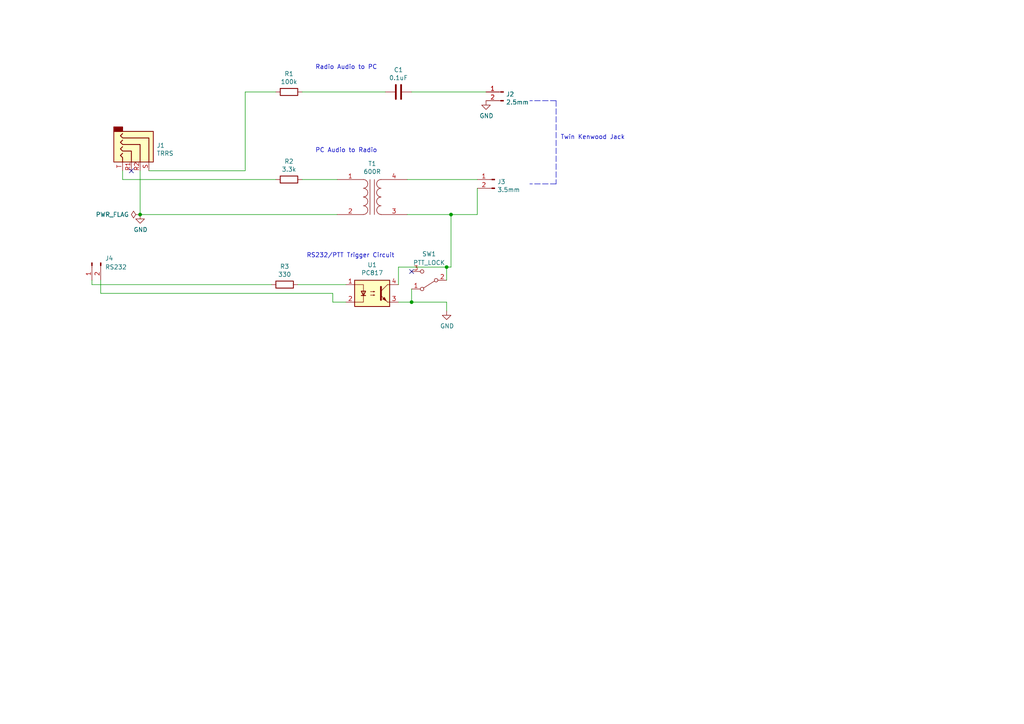
<source format=kicad_sch>
(kicad_sch (version 20211123) (generator eeschema)

  (uuid 9538e4ed-27e6-4c37-b989-9859dc0d49e8)

  (paper "A4")

  (lib_symbols
    (symbol "Connector:AudioJack4" (in_bom yes) (on_board yes)
      (property "Reference" "J" (id 0) (at 0 8.89 0)
        (effects (font (size 1.27 1.27)))
      )
      (property "Value" "AudioJack4" (id 1) (at 0 6.35 0)
        (effects (font (size 1.27 1.27)))
      )
      (property "Footprint" "" (id 2) (at 0 0 0)
        (effects (font (size 1.27 1.27)) hide)
      )
      (property "Datasheet" "~" (id 3) (at 0 0 0)
        (effects (font (size 1.27 1.27)) hide)
      )
      (property "ki_keywords" "audio jack receptacle stereo headphones TRRS connector" (id 4) (at 0 0 0)
        (effects (font (size 1.27 1.27)) hide)
      )
      (property "ki_description" "Audio Jack, 4 Poles (TRRS)" (id 5) (at 0 0 0)
        (effects (font (size 1.27 1.27)) hide)
      )
      (property "ki_fp_filters" "Jack*" (id 6) (at 0 0 0)
        (effects (font (size 1.27 1.27)) hide)
      )
      (symbol "AudioJack4_0_1"
        (rectangle (start -6.35 -5.08) (end -7.62 -7.62)
          (stroke (width 0.254) (type default) (color 0 0 0 0))
          (fill (type outline))
        )
        (polyline
          (pts
            (xy 0 -5.08)
            (xy 0.635 -5.715)
            (xy 1.27 -5.08)
            (xy 2.54 -5.08)
          )
          (stroke (width 0.254) (type default) (color 0 0 0 0))
          (fill (type none))
        )
        (polyline
          (pts
            (xy -5.715 -5.08)
            (xy -5.08 -5.715)
            (xy -4.445 -5.08)
            (xy -4.445 2.54)
            (xy 2.54 2.54)
          )
          (stroke (width 0.254) (type default) (color 0 0 0 0))
          (fill (type none))
        )
        (polyline
          (pts
            (xy -1.905 -5.08)
            (xy -1.27 -5.715)
            (xy -0.635 -5.08)
            (xy -0.635 -2.54)
            (xy 2.54 -2.54)
          )
          (stroke (width 0.254) (type default) (color 0 0 0 0))
          (fill (type none))
        )
        (polyline
          (pts
            (xy 2.54 0)
            (xy -2.54 0)
            (xy -2.54 -5.08)
            (xy -3.175 -5.715)
            (xy -3.81 -5.08)
          )
          (stroke (width 0.254) (type default) (color 0 0 0 0))
          (fill (type none))
        )
        (rectangle (start 2.54 3.81) (end -6.35 -7.62)
          (stroke (width 0.254) (type default) (color 0 0 0 0))
          (fill (type background))
        )
      )
      (symbol "AudioJack4_1_1"
        (pin passive line (at 5.08 -2.54 180) (length 2.54)
          (name "~" (effects (font (size 1.27 1.27))))
          (number "R1" (effects (font (size 1.27 1.27))))
        )
        (pin passive line (at 5.08 0 180) (length 2.54)
          (name "~" (effects (font (size 1.27 1.27))))
          (number "R2" (effects (font (size 1.27 1.27))))
        )
        (pin passive line (at 5.08 2.54 180) (length 2.54)
          (name "~" (effects (font (size 1.27 1.27))))
          (number "S" (effects (font (size 1.27 1.27))))
        )
        (pin passive line (at 5.08 -5.08 180) (length 2.54)
          (name "~" (effects (font (size 1.27 1.27))))
          (number "T" (effects (font (size 1.27 1.27))))
        )
      )
    )
    (symbol "Connector:Conn_01x02_Male" (pin_names (offset 1.016) hide) (in_bom yes) (on_board yes)
      (property "Reference" "J" (id 0) (at 0 2.54 0)
        (effects (font (size 1.27 1.27)))
      )
      (property "Value" "Conn_01x02_Male" (id 1) (at 0 -5.08 0)
        (effects (font (size 1.27 1.27)))
      )
      (property "Footprint" "" (id 2) (at 0 0 0)
        (effects (font (size 1.27 1.27)) hide)
      )
      (property "Datasheet" "~" (id 3) (at 0 0 0)
        (effects (font (size 1.27 1.27)) hide)
      )
      (property "ki_keywords" "connector" (id 4) (at 0 0 0)
        (effects (font (size 1.27 1.27)) hide)
      )
      (property "ki_description" "Generic connector, single row, 01x02, script generated (kicad-library-utils/schlib/autogen/connector/)" (id 5) (at 0 0 0)
        (effects (font (size 1.27 1.27)) hide)
      )
      (property "ki_fp_filters" "Connector*:*_1x??_*" (id 6) (at 0 0 0)
        (effects (font (size 1.27 1.27)) hide)
      )
      (symbol "Conn_01x02_Male_1_1"
        (polyline
          (pts
            (xy 1.27 -2.54)
            (xy 0.8636 -2.54)
          )
          (stroke (width 0.1524) (type default) (color 0 0 0 0))
          (fill (type none))
        )
        (polyline
          (pts
            (xy 1.27 0)
            (xy 0.8636 0)
          )
          (stroke (width 0.1524) (type default) (color 0 0 0 0))
          (fill (type none))
        )
        (rectangle (start 0.8636 -2.413) (end 0 -2.667)
          (stroke (width 0.1524) (type default) (color 0 0 0 0))
          (fill (type outline))
        )
        (rectangle (start 0.8636 0.127) (end 0 -0.127)
          (stroke (width 0.1524) (type default) (color 0 0 0 0))
          (fill (type outline))
        )
        (pin passive line (at 5.08 0 180) (length 3.81)
          (name "Pin_1" (effects (font (size 1.27 1.27))))
          (number "1" (effects (font (size 1.27 1.27))))
        )
        (pin passive line (at 5.08 -2.54 180) (length 3.81)
          (name "Pin_2" (effects (font (size 1.27 1.27))))
          (number "2" (effects (font (size 1.27 1.27))))
        )
      )
    )
    (symbol "Device:C" (pin_numbers hide) (pin_names (offset 0.254)) (in_bom yes) (on_board yes)
      (property "Reference" "C" (id 0) (at 0.635 2.54 0)
        (effects (font (size 1.27 1.27)) (justify left))
      )
      (property "Value" "C" (id 1) (at 0.635 -2.54 0)
        (effects (font (size 1.27 1.27)) (justify left))
      )
      (property "Footprint" "" (id 2) (at 0.9652 -3.81 0)
        (effects (font (size 1.27 1.27)) hide)
      )
      (property "Datasheet" "~" (id 3) (at 0 0 0)
        (effects (font (size 1.27 1.27)) hide)
      )
      (property "ki_keywords" "cap capacitor" (id 4) (at 0 0 0)
        (effects (font (size 1.27 1.27)) hide)
      )
      (property "ki_description" "Unpolarized capacitor" (id 5) (at 0 0 0)
        (effects (font (size 1.27 1.27)) hide)
      )
      (property "ki_fp_filters" "C_*" (id 6) (at 0 0 0)
        (effects (font (size 1.27 1.27)) hide)
      )
      (symbol "C_0_1"
        (polyline
          (pts
            (xy -2.032 -0.762)
            (xy 2.032 -0.762)
          )
          (stroke (width 0.508) (type default) (color 0 0 0 0))
          (fill (type none))
        )
        (polyline
          (pts
            (xy -2.032 0.762)
            (xy 2.032 0.762)
          )
          (stroke (width 0.508) (type default) (color 0 0 0 0))
          (fill (type none))
        )
      )
      (symbol "C_1_1"
        (pin passive line (at 0 3.81 270) (length 2.794)
          (name "~" (effects (font (size 1.27 1.27))))
          (number "1" (effects (font (size 1.27 1.27))))
        )
        (pin passive line (at 0 -3.81 90) (length 2.794)
          (name "~" (effects (font (size 1.27 1.27))))
          (number "2" (effects (font (size 1.27 1.27))))
        )
      )
    )
    (symbol "Device:R" (pin_numbers hide) (pin_names (offset 0)) (in_bom yes) (on_board yes)
      (property "Reference" "R" (id 0) (at 2.032 0 90)
        (effects (font (size 1.27 1.27)))
      )
      (property "Value" "R" (id 1) (at 0 0 90)
        (effects (font (size 1.27 1.27)))
      )
      (property "Footprint" "" (id 2) (at -1.778 0 90)
        (effects (font (size 1.27 1.27)) hide)
      )
      (property "Datasheet" "~" (id 3) (at 0 0 0)
        (effects (font (size 1.27 1.27)) hide)
      )
      (property "ki_keywords" "R res resistor" (id 4) (at 0 0 0)
        (effects (font (size 1.27 1.27)) hide)
      )
      (property "ki_description" "Resistor" (id 5) (at 0 0 0)
        (effects (font (size 1.27 1.27)) hide)
      )
      (property "ki_fp_filters" "R_*" (id 6) (at 0 0 0)
        (effects (font (size 1.27 1.27)) hide)
      )
      (symbol "R_0_1"
        (rectangle (start -1.016 -2.54) (end 1.016 2.54)
          (stroke (width 0.254) (type default) (color 0 0 0 0))
          (fill (type none))
        )
      )
      (symbol "R_1_1"
        (pin passive line (at 0 3.81 270) (length 1.27)
          (name "~" (effects (font (size 1.27 1.27))))
          (number "1" (effects (font (size 1.27 1.27))))
        )
        (pin passive line (at 0 -3.81 90) (length 1.27)
          (name "~" (effects (font (size 1.27 1.27))))
          (number "2" (effects (font (size 1.27 1.27))))
        )
      )
    )
    (symbol "Device:Transformer_1P_1S" (pin_names (offset 1.016) hide) (in_bom yes) (on_board yes)
      (property "Reference" "T" (id 0) (at 0 6.35 0)
        (effects (font (size 1.27 1.27)))
      )
      (property "Value" "Transformer_1P_1S" (id 1) (at 0 -7.62 0)
        (effects (font (size 1.27 1.27)))
      )
      (property "Footprint" "" (id 2) (at 0 0 0)
        (effects (font (size 1.27 1.27)) hide)
      )
      (property "Datasheet" "~" (id 3) (at 0 0 0)
        (effects (font (size 1.27 1.27)) hide)
      )
      (property "ki_keywords" "transformer coil magnet" (id 4) (at 0 0 0)
        (effects (font (size 1.27 1.27)) hide)
      )
      (property "ki_description" "Transformer, single primary, single secondary" (id 5) (at 0 0 0)
        (effects (font (size 1.27 1.27)) hide)
      )
      (symbol "Transformer_1P_1S_0_1"
        (arc (start -2.54 -5.0546) (mid -1.6561 -4.6863) (end -1.27 -3.81)
          (stroke (width 0) (type default) (color 0 0 0 0))
          (fill (type none))
        )
        (arc (start -2.54 -2.5146) (mid -1.6561 -2.1463) (end -1.27 -1.27)
          (stroke (width 0) (type default) (color 0 0 0 0))
          (fill (type none))
        )
        (arc (start -2.54 0.0254) (mid -1.6561 0.3937) (end -1.27 1.27)
          (stroke (width 0) (type default) (color 0 0 0 0))
          (fill (type none))
        )
        (arc (start -2.54 2.5654) (mid -1.6561 2.9337) (end -1.27 3.81)
          (stroke (width 0) (type default) (color 0 0 0 0))
          (fill (type none))
        )
        (arc (start -1.27 -3.81) (mid -1.642 -2.912) (end -2.54 -2.54)
          (stroke (width 0) (type default) (color 0 0 0 0))
          (fill (type none))
        )
        (arc (start -1.27 -1.27) (mid -1.642 -0.372) (end -2.54 0)
          (stroke (width 0) (type default) (color 0 0 0 0))
          (fill (type none))
        )
        (arc (start -1.27 1.27) (mid -1.642 2.168) (end -2.54 2.54)
          (stroke (width 0) (type default) (color 0 0 0 0))
          (fill (type none))
        )
        (arc (start -1.27 3.81) (mid -1.642 4.708) (end -2.54 5.08)
          (stroke (width 0) (type default) (color 0 0 0 0))
          (fill (type none))
        )
        (polyline
          (pts
            (xy -0.635 5.08)
            (xy -0.635 -5.08)
          )
          (stroke (width 0) (type default) (color 0 0 0 0))
          (fill (type none))
        )
        (polyline
          (pts
            (xy 0.635 -5.08)
            (xy 0.635 5.08)
          )
          (stroke (width 0) (type default) (color 0 0 0 0))
          (fill (type none))
        )
        (arc (start 1.2954 -1.27) (mid 1.6599 -2.1501) (end 2.54 -2.5146)
          (stroke (width 0) (type default) (color 0 0 0 0))
          (fill (type none))
        )
        (arc (start 1.2954 1.27) (mid 1.6599 0.3899) (end 2.54 0.0254)
          (stroke (width 0) (type default) (color 0 0 0 0))
          (fill (type none))
        )
        (arc (start 1.2954 3.81) (mid 1.6599 2.9299) (end 2.54 2.5654)
          (stroke (width 0) (type default) (color 0 0 0 0))
          (fill (type none))
        )
        (arc (start 1.3208 -3.81) (mid 1.6853 -4.6901) (end 2.5654 -5.0546)
          (stroke (width 0) (type default) (color 0 0 0 0))
          (fill (type none))
        )
        (arc (start 2.54 0) (mid 1.6456 -0.3683) (end 1.2954 -1.27)
          (stroke (width 0) (type default) (color 0 0 0 0))
          (fill (type none))
        )
        (arc (start 2.54 2.54) (mid 1.6456 2.1717) (end 1.2954 1.27)
          (stroke (width 0) (type default) (color 0 0 0 0))
          (fill (type none))
        )
        (arc (start 2.54 5.08) (mid 1.6456 4.7117) (end 1.2954 3.81)
          (stroke (width 0) (type default) (color 0 0 0 0))
          (fill (type none))
        )
        (arc (start 2.5654 -2.54) (mid 1.671 -2.9083) (end 1.3208 -3.81)
          (stroke (width 0) (type default) (color 0 0 0 0))
          (fill (type none))
        )
      )
      (symbol "Transformer_1P_1S_1_1"
        (pin passive line (at -10.16 5.08 0) (length 7.62)
          (name "AA" (effects (font (size 1.27 1.27))))
          (number "1" (effects (font (size 1.27 1.27))))
        )
        (pin passive line (at -10.16 -5.08 0) (length 7.62)
          (name "AB" (effects (font (size 1.27 1.27))))
          (number "2" (effects (font (size 1.27 1.27))))
        )
        (pin passive line (at 10.16 -5.08 180) (length 7.62)
          (name "SA" (effects (font (size 1.27 1.27))))
          (number "3" (effects (font (size 1.27 1.27))))
        )
        (pin passive line (at 10.16 5.08 180) (length 7.62)
          (name "SB" (effects (font (size 1.27 1.27))))
          (number "4" (effects (font (size 1.27 1.27))))
        )
      )
    )
    (symbol "Isolator:PC817" (pin_names (offset 1.016)) (in_bom yes) (on_board yes)
      (property "Reference" "U" (id 0) (at -5.08 5.08 0)
        (effects (font (size 1.27 1.27)) (justify left))
      )
      (property "Value" "PC817" (id 1) (at 0 5.08 0)
        (effects (font (size 1.27 1.27)) (justify left))
      )
      (property "Footprint" "Package_DIP:DIP-4_W7.62mm" (id 2) (at -5.08 -5.08 0)
        (effects (font (size 1.27 1.27) italic) (justify left) hide)
      )
      (property "Datasheet" "http://www.soselectronic.cz/a_info/resource/d/pc817.pdf" (id 3) (at 0 0 0)
        (effects (font (size 1.27 1.27)) (justify left) hide)
      )
      (property "ki_keywords" "NPN DC Optocoupler" (id 4) (at 0 0 0)
        (effects (font (size 1.27 1.27)) hide)
      )
      (property "ki_description" "DC Optocoupler, Vce 35V, CTR 50-300%, DIP-4" (id 5) (at 0 0 0)
        (effects (font (size 1.27 1.27)) hide)
      )
      (property "ki_fp_filters" "DIP*W7.62mm*" (id 6) (at 0 0 0)
        (effects (font (size 1.27 1.27)) hide)
      )
      (symbol "PC817_0_1"
        (rectangle (start -5.08 3.81) (end 5.08 -3.81)
          (stroke (width 0.254) (type default) (color 0 0 0 0))
          (fill (type background))
        )
        (polyline
          (pts
            (xy -3.175 -0.635)
            (xy -1.905 -0.635)
          )
          (stroke (width 0.254) (type default) (color 0 0 0 0))
          (fill (type none))
        )
        (polyline
          (pts
            (xy 2.54 0.635)
            (xy 4.445 2.54)
          )
          (stroke (width 0) (type default) (color 0 0 0 0))
          (fill (type none))
        )
        (polyline
          (pts
            (xy 4.445 -2.54)
            (xy 2.54 -0.635)
          )
          (stroke (width 0) (type default) (color 0 0 0 0))
          (fill (type outline))
        )
        (polyline
          (pts
            (xy 4.445 -2.54)
            (xy 5.08 -2.54)
          )
          (stroke (width 0) (type default) (color 0 0 0 0))
          (fill (type none))
        )
        (polyline
          (pts
            (xy 4.445 2.54)
            (xy 5.08 2.54)
          )
          (stroke (width 0) (type default) (color 0 0 0 0))
          (fill (type none))
        )
        (polyline
          (pts
            (xy -5.08 2.54)
            (xy -2.54 2.54)
            (xy -2.54 -0.635)
          )
          (stroke (width 0) (type default) (color 0 0 0 0))
          (fill (type none))
        )
        (polyline
          (pts
            (xy -2.54 -0.635)
            (xy -2.54 -2.54)
            (xy -5.08 -2.54)
          )
          (stroke (width 0) (type default) (color 0 0 0 0))
          (fill (type none))
        )
        (polyline
          (pts
            (xy 2.54 1.905)
            (xy 2.54 -1.905)
            (xy 2.54 -1.905)
          )
          (stroke (width 0.508) (type default) (color 0 0 0 0))
          (fill (type none))
        )
        (polyline
          (pts
            (xy -2.54 -0.635)
            (xy -3.175 0.635)
            (xy -1.905 0.635)
            (xy -2.54 -0.635)
          )
          (stroke (width 0.254) (type default) (color 0 0 0 0))
          (fill (type none))
        )
        (polyline
          (pts
            (xy -0.508 -0.508)
            (xy 0.762 -0.508)
            (xy 0.381 -0.635)
            (xy 0.381 -0.381)
            (xy 0.762 -0.508)
          )
          (stroke (width 0) (type default) (color 0 0 0 0))
          (fill (type none))
        )
        (polyline
          (pts
            (xy -0.508 0.508)
            (xy 0.762 0.508)
            (xy 0.381 0.381)
            (xy 0.381 0.635)
            (xy 0.762 0.508)
          )
          (stroke (width 0) (type default) (color 0 0 0 0))
          (fill (type none))
        )
        (polyline
          (pts
            (xy 3.048 -1.651)
            (xy 3.556 -1.143)
            (xy 4.064 -2.159)
            (xy 3.048 -1.651)
            (xy 3.048 -1.651)
          )
          (stroke (width 0) (type default) (color 0 0 0 0))
          (fill (type outline))
        )
      )
      (symbol "PC817_1_1"
        (pin passive line (at -7.62 2.54 0) (length 2.54)
          (name "~" (effects (font (size 1.27 1.27))))
          (number "1" (effects (font (size 1.27 1.27))))
        )
        (pin passive line (at -7.62 -2.54 0) (length 2.54)
          (name "~" (effects (font (size 1.27 1.27))))
          (number "2" (effects (font (size 1.27 1.27))))
        )
        (pin passive line (at 7.62 -2.54 180) (length 2.54)
          (name "~" (effects (font (size 1.27 1.27))))
          (number "3" (effects (font (size 1.27 1.27))))
        )
        (pin passive line (at 7.62 2.54 180) (length 2.54)
          (name "~" (effects (font (size 1.27 1.27))))
          (number "4" (effects (font (size 1.27 1.27))))
        )
      )
    )
    (symbol "Switch:SW_SPDT" (pin_names (offset 0) hide) (in_bom yes) (on_board yes)
      (property "Reference" "SW" (id 0) (at 0 4.318 0)
        (effects (font (size 1.27 1.27)))
      )
      (property "Value" "SW_SPDT" (id 1) (at 0 -5.08 0)
        (effects (font (size 1.27 1.27)))
      )
      (property "Footprint" "" (id 2) (at 0 0 0)
        (effects (font (size 1.27 1.27)) hide)
      )
      (property "Datasheet" "~" (id 3) (at 0 0 0)
        (effects (font (size 1.27 1.27)) hide)
      )
      (property "ki_keywords" "switch single-pole double-throw spdt ON-ON" (id 4) (at 0 0 0)
        (effects (font (size 1.27 1.27)) hide)
      )
      (property "ki_description" "Switch, single pole double throw" (id 5) (at 0 0 0)
        (effects (font (size 1.27 1.27)) hide)
      )
      (symbol "SW_SPDT_0_0"
        (circle (center -2.032 0) (radius 0.508)
          (stroke (width 0) (type default) (color 0 0 0 0))
          (fill (type none))
        )
        (circle (center 2.032 -2.54) (radius 0.508)
          (stroke (width 0) (type default) (color 0 0 0 0))
          (fill (type none))
        )
      )
      (symbol "SW_SPDT_0_1"
        (polyline
          (pts
            (xy -1.524 0.254)
            (xy 1.651 2.286)
          )
          (stroke (width 0) (type default) (color 0 0 0 0))
          (fill (type none))
        )
        (circle (center 2.032 2.54) (radius 0.508)
          (stroke (width 0) (type default) (color 0 0 0 0))
          (fill (type none))
        )
      )
      (symbol "SW_SPDT_1_1"
        (pin passive line (at 5.08 2.54 180) (length 2.54)
          (name "A" (effects (font (size 1.27 1.27))))
          (number "1" (effects (font (size 1.27 1.27))))
        )
        (pin passive line (at -5.08 0 0) (length 2.54)
          (name "B" (effects (font (size 1.27 1.27))))
          (number "2" (effects (font (size 1.27 1.27))))
        )
        (pin passive line (at 5.08 -2.54 180) (length 2.54)
          (name "C" (effects (font (size 1.27 1.27))))
          (number "3" (effects (font (size 1.27 1.27))))
        )
      )
    )
    (symbol "power:GND" (power) (pin_names (offset 0)) (in_bom yes) (on_board yes)
      (property "Reference" "#PWR" (id 0) (at 0 -6.35 0)
        (effects (font (size 1.27 1.27)) hide)
      )
      (property "Value" "GND" (id 1) (at 0 -3.81 0)
        (effects (font (size 1.27 1.27)))
      )
      (property "Footprint" "" (id 2) (at 0 0 0)
        (effects (font (size 1.27 1.27)) hide)
      )
      (property "Datasheet" "" (id 3) (at 0 0 0)
        (effects (font (size 1.27 1.27)) hide)
      )
      (property "ki_keywords" "power-flag" (id 4) (at 0 0 0)
        (effects (font (size 1.27 1.27)) hide)
      )
      (property "ki_description" "Power symbol creates a global label with name \"GND\" , ground" (id 5) (at 0 0 0)
        (effects (font (size 1.27 1.27)) hide)
      )
      (symbol "GND_0_1"
        (polyline
          (pts
            (xy 0 0)
            (xy 0 -1.27)
            (xy 1.27 -1.27)
            (xy 0 -2.54)
            (xy -1.27 -1.27)
            (xy 0 -1.27)
          )
          (stroke (width 0) (type default) (color 0 0 0 0))
          (fill (type none))
        )
      )
      (symbol "GND_1_1"
        (pin power_in line (at 0 0 270) (length 0) hide
          (name "GND" (effects (font (size 1.27 1.27))))
          (number "1" (effects (font (size 1.27 1.27))))
        )
      )
    )
    (symbol "power:PWR_FLAG" (power) (pin_numbers hide) (pin_names (offset 0) hide) (in_bom yes) (on_board yes)
      (property "Reference" "#FLG" (id 0) (at 0 1.905 0)
        (effects (font (size 1.27 1.27)) hide)
      )
      (property "Value" "PWR_FLAG" (id 1) (at 0 3.81 0)
        (effects (font (size 1.27 1.27)))
      )
      (property "Footprint" "" (id 2) (at 0 0 0)
        (effects (font (size 1.27 1.27)) hide)
      )
      (property "Datasheet" "~" (id 3) (at 0 0 0)
        (effects (font (size 1.27 1.27)) hide)
      )
      (property "ki_keywords" "power-flag" (id 4) (at 0 0 0)
        (effects (font (size 1.27 1.27)) hide)
      )
      (property "ki_description" "Special symbol for telling ERC where power comes from" (id 5) (at 0 0 0)
        (effects (font (size 1.27 1.27)) hide)
      )
      (symbol "PWR_FLAG_0_0"
        (pin power_out line (at 0 0 90) (length 0)
          (name "pwr" (effects (font (size 1.27 1.27))))
          (number "1" (effects (font (size 1.27 1.27))))
        )
      )
      (symbol "PWR_FLAG_0_1"
        (polyline
          (pts
            (xy 0 0)
            (xy 0 1.27)
            (xy -1.016 1.905)
            (xy 0 2.54)
            (xy 1.016 1.905)
            (xy 0 1.27)
          )
          (stroke (width 0) (type default) (color 0 0 0 0))
          (fill (type none))
        )
      )
    )
  )

  (junction (at 119.38 87.63) (diameter 0) (color 0 0 0 0)
    (uuid 128e34ce-eee7-477d-b905-a493e98db783)
  )
  (junction (at 40.64 62.23) (diameter 0) (color 0 0 0 0)
    (uuid 4dc6088c-89a5-4db7-b3ae-db4b6396ad49)
  )
  (junction (at 129.54 77.47) (diameter 0) (color 0 0 0 0)
    (uuid 712d6a7d-2b62-464f-b745-fd2a6b0187f6)
  )
  (junction (at 130.81 62.23) (diameter 0) (color 0 0 0 0)
    (uuid b60c50d1-225e-415c-8712-7acb5e3dc8ea)
  )

  (no_connect (at 38.1 49.53) (uuid 04f5865e-f449-4408-a0c8-771cccfcb129))
  (no_connect (at 119.38 78.74) (uuid f976e2cc-36f9-4479-a816-2c74d1d5da6f))

  (wire (pts (xy 115.57 77.47) (xy 129.54 77.47))
    (stroke (width 0) (type default) (color 0 0 0 0))
    (uuid 0088d107-13d8-496c-8da6-7bbeb9d096b0)
  )
  (wire (pts (xy 96.52 87.63) (xy 100.33 87.63))
    (stroke (width 0) (type default) (color 0 0 0 0))
    (uuid 0c30a4be-5679-499f-8c5b-5f3024f9d6cf)
  )
  (polyline (pts (xy 161.29 29.21) (xy 153.67 29.21))
    (stroke (width 0) (type default) (color 0 0 0 0))
    (uuid 0dcdf1b8-13c6-48b4-bd94-5d26038ff231)
  )

  (wire (pts (xy 29.21 81.28) (xy 29.21 85.09))
    (stroke (width 0) (type default) (color 0 0 0 0))
    (uuid 0f41a909-27c4-4be2-9d5e-9ae2108c8ff5)
  )
  (wire (pts (xy 26.67 82.55) (xy 78.74 82.55))
    (stroke (width 0) (type default) (color 0 0 0 0))
    (uuid 1b54105e-6590-4d26-a763-ecfcf81eedc4)
  )
  (wire (pts (xy 40.64 49.53) (xy 40.64 62.23))
    (stroke (width 0) (type default) (color 0 0 0 0))
    (uuid 213a2af1-412b-47f4-ab3b-c5f43b6be7a6)
  )
  (wire (pts (xy 129.54 81.28) (xy 129.54 77.47))
    (stroke (width 0) (type default) (color 0 0 0 0))
    (uuid 3172f2e2-18d2-4a80-ae30-5707b3409798)
  )
  (wire (pts (xy 130.81 62.23) (xy 138.43 62.23))
    (stroke (width 0) (type default) (color 0 0 0 0))
    (uuid 35354519-a28c-40c4-befd-0943e98dea53)
  )
  (wire (pts (xy 138.43 62.23) (xy 138.43 54.61))
    (stroke (width 0) (type default) (color 0 0 0 0))
    (uuid 38f2d955-ea7a-4a21-aba6-02ae23f1bd4a)
  )
  (wire (pts (xy 129.54 90.17) (xy 129.54 87.63))
    (stroke (width 0) (type default) (color 0 0 0 0))
    (uuid 4d4b0fcd-2c79-4fc3-b5fa-7a0741601344)
  )
  (wire (pts (xy 86.36 82.55) (xy 100.33 82.55))
    (stroke (width 0) (type default) (color 0 0 0 0))
    (uuid 55992e35-fe7b-468a-9b7a-1e4dc931b904)
  )
  (polyline (pts (xy 161.29 29.21) (xy 161.29 53.34))
    (stroke (width 0) (type default) (color 0 0 0 0))
    (uuid 58dc14f9-c158-4824-a84e-24a6a482a7a4)
  )

  (wire (pts (xy 43.18 49.53) (xy 71.12 49.53))
    (stroke (width 0) (type default) (color 0 0 0 0))
    (uuid 6199bec7-e7eb-4ae0-b9ec-c563e157d635)
  )
  (wire (pts (xy 29.21 85.09) (xy 96.52 85.09))
    (stroke (width 0) (type default) (color 0 0 0 0))
    (uuid 632acde9-b7fd-4f04-8cb4-d2cbb06b3595)
  )
  (wire (pts (xy 119.38 83.82) (xy 119.38 87.63))
    (stroke (width 0) (type default) (color 0 0 0 0))
    (uuid 67621f9e-0a6a-4778-ad69-04dcf300659c)
  )
  (wire (pts (xy 115.57 87.63) (xy 119.38 87.63))
    (stroke (width 0) (type default) (color 0 0 0 0))
    (uuid 68e09be7-3bbc-4443-a838-209ce20b2bef)
  )
  (wire (pts (xy 130.81 77.47) (xy 130.81 62.23))
    (stroke (width 0) (type default) (color 0 0 0 0))
    (uuid 6a780180-586a-4241-a52d-dc7a5ffcc966)
  )
  (wire (pts (xy 35.56 52.07) (xy 80.01 52.07))
    (stroke (width 0) (type default) (color 0 0 0 0))
    (uuid 71c77456-1405-42e3-95ed-69e629de0558)
  )
  (wire (pts (xy 71.12 26.67) (xy 80.01 26.67))
    (stroke (width 0) (type default) (color 0 0 0 0))
    (uuid 7f3eb118-a20c-4239-b800-c9211c66847d)
  )
  (wire (pts (xy 96.52 85.09) (xy 96.52 87.63))
    (stroke (width 0) (type default) (color 0 0 0 0))
    (uuid 9762c9ed-64d8-4f3e-baf6-f6ba6effc919)
  )
  (wire (pts (xy 118.11 52.07) (xy 138.43 52.07))
    (stroke (width 0) (type default) (color 0 0 0 0))
    (uuid 98e81e80-1f85-4152-be3f-99785ea97751)
  )
  (wire (pts (xy 140.97 26.67) (xy 119.38 26.67))
    (stroke (width 0) (type default) (color 0 0 0 0))
    (uuid 9a9f2d82-f64d-4264-8bec-c182528fc4de)
  )
  (wire (pts (xy 26.67 81.28) (xy 26.67 82.55))
    (stroke (width 0) (type default) (color 0 0 0 0))
    (uuid afd3dbad-e7a8-4e4c-b77c-4065a69aefa2)
  )
  (wire (pts (xy 129.54 77.47) (xy 130.81 77.47))
    (stroke (width 0) (type default) (color 0 0 0 0))
    (uuid b3d08afa-f296-4e3b-8825-73b6331d35bf)
  )
  (wire (pts (xy 97.79 52.07) (xy 87.63 52.07))
    (stroke (width 0) (type default) (color 0 0 0 0))
    (uuid bbb15673-6d42-42b8-9d51-7515b3ad9ee9)
  )
  (wire (pts (xy 115.57 82.55) (xy 115.57 77.47))
    (stroke (width 0) (type default) (color 0 0 0 0))
    (uuid c201e1b2-fc01-4110-bdaa-a33290468c83)
  )
  (wire (pts (xy 119.38 87.63) (xy 129.54 87.63))
    (stroke (width 0) (type default) (color 0 0 0 0))
    (uuid c801d42e-dd94-493e-bd2f-6c3ddad43f55)
  )
  (wire (pts (xy 40.64 62.23) (xy 97.79 62.23))
    (stroke (width 0) (type default) (color 0 0 0 0))
    (uuid d2de4093-1fc2-4bc1-94b6-4d0fe3426c6f)
  )
  (wire (pts (xy 130.81 62.23) (xy 118.11 62.23))
    (stroke (width 0) (type default) (color 0 0 0 0))
    (uuid db83d0af-e085-4050-8496-fa2ebdecbd62)
  )
  (polyline (pts (xy 161.29 53.34) (xy 153.67 53.34))
    (stroke (width 0) (type default) (color 0 0 0 0))
    (uuid dde3dba8-1b81-466c-93a3-c284ff4da1ef)
  )

  (wire (pts (xy 71.12 49.53) (xy 71.12 26.67))
    (stroke (width 0) (type default) (color 0 0 0 0))
    (uuid e47adf3d-9c24-4345-80c9-66679cad107e)
  )
  (wire (pts (xy 35.56 49.53) (xy 35.56 52.07))
    (stroke (width 0) (type default) (color 0 0 0 0))
    (uuid f144a97d-c3f0-423f-b0a9-3f7dbc42478b)
  )
  (wire (pts (xy 87.63 26.67) (xy 111.76 26.67))
    (stroke (width 0) (type default) (color 0 0 0 0))
    (uuid fb03d859-dcc9-4533-b352-64830e0e5423)
  )

  (text "RS232/PTT Trigger Circuit" (at 88.9 74.93 0)
    (effects (font (size 1.27 1.27)) (justify left bottom))
    (uuid 03d88a85-11fd-47aa-954c-c318bb15294a)
  )
  (text "Twin Kenwood Jack" (at 162.56 40.64 0)
    (effects (font (size 1.27 1.27)) (justify left bottom))
    (uuid 1a2f72d1-0b36-4610-afc4-4ad1660d5d3b)
  )
  (text "PC Audio to Radio" (at 91.44 44.45 0)
    (effects (font (size 1.27 1.27)) (justify left bottom))
    (uuid 51c4dc0a-5b9f-4edf-a83f-4a12881e42ef)
  )
  (text "Radio Audio to PC" (at 91.44 20.32 0)
    (effects (font (size 1.27 1.27)) (justify left bottom))
    (uuid 842e430f-0c35-45f3-a0b5-95ae7b7ae388)
  )

  (symbol (lib_id "Device:R") (at 83.82 52.07 90) (unit 1)
    (in_bom yes) (on_board yes)
    (uuid 00000000-0000-0000-0000-00005ffc94a0)
    (property "Reference" "R2" (id 0) (at 83.82 46.8122 90))
    (property "Value" "3.3k" (id 1) (at 83.82 49.1236 90))
    (property "Footprint" "Resistor_THT:R_Axial_DIN0207_L6.3mm_D2.5mm_P7.62mm_Horizontal" (id 2) (at 83.82 53.848 90)
      (effects (font (size 1.27 1.27)) hide)
    )
    (property "Datasheet" "~" (id 3) (at 83.82 52.07 0)
      (effects (font (size 1.27 1.27)) hide)
    )
    (pin "1" (uuid ce489faf-45da-44c4-8c7e-abb7ca7b8c49))
    (pin "2" (uuid 829a469e-e611-40c6-8458-403978c06ccf))
  )

  (symbol (lib_id "Device:Transformer_1P_1S") (at 107.95 57.15 0) (unit 1)
    (in_bom yes) (on_board yes)
    (uuid 00000000-0000-0000-0000-00005ffcb4e8)
    (property "Reference" "T1" (id 0) (at 107.95 47.4726 0))
    (property "Value" "600R" (id 1) (at 107.95 49.784 0))
    (property "Footprint" "Custom_Footprints:1-1_Audio_Transformer_600_ohm" (id 2) (at 107.95 57.15 0)
      (effects (font (size 1.27 1.27)) hide)
    )
    (property "Datasheet" "~" (id 3) (at 107.95 57.15 0)
      (effects (font (size 1.27 1.27)) hide)
    )
    (pin "1" (uuid 4000fff2-c2cc-4e5e-85f6-76efbdff7ffe))
    (pin "2" (uuid 4291e566-856f-430d-8037-8f8586dc54bb))
    (pin "3" (uuid 793f3d9d-01d6-4b91-9c6d-7709c66a9333))
    (pin "4" (uuid b0c699d4-d62e-427c-a8b4-ceb23a43ab96))
  )

  (symbol (lib_id "Isolator:PC817") (at 107.95 85.09 0) (unit 1)
    (in_bom yes) (on_board yes)
    (uuid 00000000-0000-0000-0000-00005ffcdae6)
    (property "Reference" "U1" (id 0) (at 107.95 76.835 0))
    (property "Value" "PC817" (id 1) (at 107.95 79.1464 0))
    (property "Footprint" "Package_DIP:DIP-4_W7.62mm" (id 2) (at 102.87 90.17 0)
      (effects (font (size 1.27 1.27) italic) (justify left) hide)
    )
    (property "Datasheet" "http://www.soselectronic.cz/a_info/resource/d/pc817.pdf" (id 3) (at 107.95 85.09 0)
      (effects (font (size 1.27 1.27)) (justify left) hide)
    )
    (pin "1" (uuid 3317fe4b-f0fe-48e9-953f-e7189042daa0))
    (pin "2" (uuid 5f3668bc-1bb0-4e3d-8801-8ca51c4cdb5b))
    (pin "3" (uuid bb11bebf-1ed7-49e8-bb84-5808301e55d8))
    (pin "4" (uuid 8221a068-d570-4b73-8b10-e554bf3437d5))
  )

  (symbol (lib_id "Device:C") (at 115.57 26.67 90) (unit 1)
    (in_bom yes) (on_board yes)
    (uuid 00000000-0000-0000-0000-00005ffcf11a)
    (property "Reference" "C1" (id 0) (at 115.57 20.2692 90))
    (property "Value" "0.1uF" (id 1) (at 115.57 22.5806 90))
    (property "Footprint" "Capacitor_THT:C_Disc_D5.0mm_W2.5mm_P5.00mm" (id 2) (at 119.38 25.7048 0)
      (effects (font (size 1.27 1.27)) hide)
    )
    (property "Datasheet" "~" (id 3) (at 115.57 26.67 0)
      (effects (font (size 1.27 1.27)) hide)
    )
    (pin "1" (uuid 436dce91-408b-4298-bafb-e1cfc57b748b))
    (pin "2" (uuid f5039bc4-19b8-4a0a-8b7d-a1f0c32ac6f9))
  )

  (symbol (lib_id "Device:R") (at 83.82 26.67 90) (unit 1)
    (in_bom yes) (on_board yes)
    (uuid 00000000-0000-0000-0000-00005ffcff2a)
    (property "Reference" "R1" (id 0) (at 83.82 21.4122 90))
    (property "Value" "100k" (id 1) (at 83.82 23.7236 90))
    (property "Footprint" "Resistor_THT:R_Axial_DIN0207_L6.3mm_D2.5mm_P7.62mm_Horizontal" (id 2) (at 83.82 28.448 90)
      (effects (font (size 1.27 1.27)) hide)
    )
    (property "Datasheet" "~" (id 3) (at 83.82 26.67 0)
      (effects (font (size 1.27 1.27)) hide)
    )
    (pin "1" (uuid 36a636ac-6cef-4fb4-9a7d-5167afac4656))
    (pin "2" (uuid e06996b4-7ce7-4c13-b236-ca15a6f56db1))
  )

  (symbol (lib_id "Connector:AudioJack4") (at 40.64 44.45 270) (unit 1)
    (in_bom yes) (on_board yes)
    (uuid 00000000-0000-0000-0000-00005ffd1205)
    (property "Reference" "J1" (id 0) (at 45.4152 42.1894 90)
      (effects (font (size 1.27 1.27)) (justify left))
    )
    (property "Value" "TRRS" (id 1) (at 45.4152 44.5008 90)
      (effects (font (size 1.27 1.27)) (justify left))
    )
    (property "Footprint" "Keebio-Parts:TRRS-PJ-320A" (id 2) (at 40.64 44.45 0)
      (effects (font (size 1.27 1.27)) hide)
    )
    (property "Datasheet" "~" (id 3) (at 40.64 44.45 0)
      (effects (font (size 1.27 1.27)) hide)
    )
    (pin "R1" (uuid c55530bd-98d9-470d-8762-d543d527b1f4))
    (pin "R2" (uuid 5318a866-e3e7-4506-83f9-ddc63853dd1c))
    (pin "S" (uuid ec086550-60c6-4092-b095-5e11189dc998))
    (pin "T" (uuid 59962239-5519-43fe-b620-ce1ec62e34cc))
  )

  (symbol (lib_id "power:GND") (at 40.64 62.23 0) (unit 1)
    (in_bom yes) (on_board yes)
    (uuid 00000000-0000-0000-0000-00005ffd4b76)
    (property "Reference" "#PWR0101" (id 0) (at 40.64 68.58 0)
      (effects (font (size 1.27 1.27)) hide)
    )
    (property "Value" "GND" (id 1) (at 40.767 66.6242 0))
    (property "Footprint" "" (id 2) (at 40.64 62.23 0)
      (effects (font (size 1.27 1.27)) hide)
    )
    (property "Datasheet" "" (id 3) (at 40.64 62.23 0)
      (effects (font (size 1.27 1.27)) hide)
    )
    (pin "1" (uuid b0ec9bcd-3391-4955-a5f1-3fb31fe2d37e))
  )

  (symbol (lib_id "Connector:Conn_01x02_Male") (at 143.51 52.07 0) (mirror y) (unit 1)
    (in_bom yes) (on_board yes)
    (uuid 00000000-0000-0000-0000-00005ffd5886)
    (property "Reference" "J3" (id 0) (at 144.2212 52.7304 0)
      (effects (font (size 1.27 1.27)) (justify right))
    )
    (property "Value" "3.5mm" (id 1) (at 144.2212 55.0418 0)
      (effects (font (size 1.27 1.27)) (justify right))
    )
    (property "Footprint" "Connector_PinHeader_2.54mm:PinHeader_1x02_P2.54mm_Vertical" (id 2) (at 143.51 52.07 0)
      (effects (font (size 1.27 1.27)) hide)
    )
    (property "Datasheet" "~" (id 3) (at 143.51 52.07 0)
      (effects (font (size 1.27 1.27)) hide)
    )
    (pin "1" (uuid 4083f32a-138e-4671-8b45-a5f6a4bf79d6))
    (pin "2" (uuid 067d299a-8e10-4177-857e-ea374d6813c5))
  )

  (symbol (lib_id "Device:R") (at 82.55 82.55 90) (unit 1)
    (in_bom yes) (on_board yes)
    (uuid 00000000-0000-0000-0000-00005ffd85f4)
    (property "Reference" "R3" (id 0) (at 82.55 77.2922 90))
    (property "Value" "330" (id 1) (at 82.55 79.6036 90))
    (property "Footprint" "Resistor_THT:R_Axial_DIN0207_L6.3mm_D2.5mm_P7.62mm_Horizontal" (id 2) (at 82.55 84.328 90)
      (effects (font (size 1.27 1.27)) hide)
    )
    (property "Datasheet" "~" (id 3) (at 82.55 82.55 0)
      (effects (font (size 1.27 1.27)) hide)
    )
    (pin "1" (uuid 0e2e9aae-aee6-45c4-8ebb-cf862991b335))
    (pin "2" (uuid c4da6f29-9df1-4250-bd6a-eaf30d6a0c29))
  )

  (symbol (lib_id "Connector:Conn_01x02_Male") (at 146.05 26.67 0) (mirror y) (unit 1)
    (in_bom yes) (on_board yes)
    (uuid 00000000-0000-0000-0000-00005ffd8cb7)
    (property "Reference" "J2" (id 0) (at 146.7612 27.3304 0)
      (effects (font (size 1.27 1.27)) (justify right))
    )
    (property "Value" "2.5mm" (id 1) (at 146.7612 29.6418 0)
      (effects (font (size 1.27 1.27)) (justify right))
    )
    (property "Footprint" "Connector_PinHeader_2.54mm:PinHeader_1x02_P2.54mm_Vertical" (id 2) (at 146.05 26.67 0)
      (effects (font (size 1.27 1.27)) hide)
    )
    (property "Datasheet" "~" (id 3) (at 146.05 26.67 0)
      (effects (font (size 1.27 1.27)) hide)
    )
    (pin "1" (uuid 75f728f9-45d0-4295-baa5-9fe5260844fa))
    (pin "2" (uuid 93387163-76af-437f-88f5-471c55f90aa9))
  )

  (symbol (lib_id "power:GND") (at 140.97 29.21 0) (unit 1)
    (in_bom yes) (on_board yes)
    (uuid 00000000-0000-0000-0000-00005ffd927b)
    (property "Reference" "#PWR0103" (id 0) (at 140.97 35.56 0)
      (effects (font (size 1.27 1.27)) hide)
    )
    (property "Value" "GND" (id 1) (at 141.097 33.6042 0))
    (property "Footprint" "" (id 2) (at 140.97 29.21 0)
      (effects (font (size 1.27 1.27)) hide)
    )
    (property "Datasheet" "" (id 3) (at 140.97 29.21 0)
      (effects (font (size 1.27 1.27)) hide)
    )
    (pin "1" (uuid d1c6839c-4ac0-4956-9ccc-ba34beb74758))
  )

  (symbol (lib_id "power:GND") (at 129.54 90.17 0) (unit 1)
    (in_bom yes) (on_board yes)
    (uuid 00000000-0000-0000-0000-00005ffd9718)
    (property "Reference" "#PWR0104" (id 0) (at 129.54 96.52 0)
      (effects (font (size 1.27 1.27)) hide)
    )
    (property "Value" "GND" (id 1) (at 129.667 94.5642 0))
    (property "Footprint" "" (id 2) (at 129.54 90.17 0)
      (effects (font (size 1.27 1.27)) hide)
    )
    (property "Datasheet" "" (id 3) (at 129.54 90.17 0)
      (effects (font (size 1.27 1.27)) hide)
    )
    (pin "1" (uuid c0bdea23-82f9-4a90-905e-7d1b8bebbc0f))
  )

  (symbol (lib_id "Connector:Conn_01x02_Male") (at 26.67 76.2 90) (mirror x) (unit 1)
    (in_bom yes) (on_board yes)
    (uuid 00000000-0000-0000-0000-00006033cd63)
    (property "Reference" "J4" (id 0) (at 30.48 74.93 90)
      (effects (font (size 1.27 1.27)) (justify right))
    )
    (property "Value" "RS232" (id 1) (at 30.48 77.47 90)
      (effects (font (size 1.27 1.27)) (justify right))
    )
    (property "Footprint" "Connector_PinHeader_2.54mm:PinHeader_1x02_P2.54mm_Vertical" (id 2) (at 26.67 76.2 0)
      (effects (font (size 1.27 1.27)) hide)
    )
    (property "Datasheet" "~" (id 3) (at 26.67 76.2 0)
      (effects (font (size 1.27 1.27)) hide)
    )
    (pin "1" (uuid 64bc9de5-51b6-4885-a9f3-c002ef3bb482))
    (pin "2" (uuid 35d8172c-5426-44a7-838b-cc2f0810955f))
  )

  (symbol (lib_id "Switch:SW_SPDT") (at 124.46 81.28 180) (unit 1)
    (in_bom yes) (on_board yes)
    (uuid 00000000-0000-0000-0000-000060350a0e)
    (property "Reference" "SW1" (id 0) (at 124.46 73.66 0))
    (property "Value" "PTT_LOCK" (id 1) (at 124.46 76.2 0))
    (property "Footprint" "Custom_Footprints:SPDT_Right_Angled_Switch" (id 2) (at 124.46 81.28 0)
      (effects (font (size 1.27 1.27)) hide)
    )
    (property "Datasheet" "~" (id 3) (at 124.46 81.28 0)
      (effects (font (size 1.27 1.27)) hide)
    )
    (pin "1" (uuid 0cf22a85-bbe7-4e49-8b9d-5af6fb573401))
    (pin "2" (uuid c1c0faec-45ef-4cd7-af59-f984145d1eda))
    (pin "3" (uuid c15aacfe-9c7e-4223-b09d-b441a66532ad))
  )

  (symbol (lib_id "power:PWR_FLAG") (at 40.64 62.23 90) (unit 1)
    (in_bom yes) (on_board yes)
    (uuid 00000000-0000-0000-0000-0000603e1cd5)
    (property "Reference" "#FLG0101" (id 0) (at 38.735 62.23 0)
      (effects (font (size 1.27 1.27)) hide)
    )
    (property "Value" "PWR_FLAG" (id 1) (at 37.4142 62.23 90)
      (effects (font (size 1.27 1.27)) (justify left))
    )
    (property "Footprint" "" (id 2) (at 40.64 62.23 0)
      (effects (font (size 1.27 1.27)) hide)
    )
    (property "Datasheet" "~" (id 3) (at 40.64 62.23 0)
      (effects (font (size 1.27 1.27)) hide)
    )
    (pin "1" (uuid b1b75965-cce5-433d-bdbf-54c71a8fa040))
  )

  (sheet_instances
    (path "/" (page "1"))
  )

  (symbol_instances
    (path "/00000000-0000-0000-0000-0000603e1cd5"
      (reference "#FLG0101") (unit 1) (value "PWR_FLAG") (footprint "")
    )
    (path "/00000000-0000-0000-0000-00005ffd4b76"
      (reference "#PWR0101") (unit 1) (value "GND") (footprint "")
    )
    (path "/00000000-0000-0000-0000-00005ffd927b"
      (reference "#PWR0103") (unit 1) (value "GND") (footprint "")
    )
    (path "/00000000-0000-0000-0000-00005ffd9718"
      (reference "#PWR0104") (unit 1) (value "GND") (footprint "")
    )
    (path "/00000000-0000-0000-0000-00005ffcf11a"
      (reference "C1") (unit 1) (value "0.1uF") (footprint "Capacitor_THT:C_Disc_D5.0mm_W2.5mm_P5.00mm")
    )
    (path "/00000000-0000-0000-0000-00005ffd1205"
      (reference "J1") (unit 1) (value "TRRS") (footprint "Keebio-Parts:TRRS-PJ-320A")
    )
    (path "/00000000-0000-0000-0000-00005ffd8cb7"
      (reference "J2") (unit 1) (value "2.5mm") (footprint "Connector_PinHeader_2.54mm:PinHeader_1x02_P2.54mm_Vertical")
    )
    (path "/00000000-0000-0000-0000-00005ffd5886"
      (reference "J3") (unit 1) (value "3.5mm") (footprint "Connector_PinHeader_2.54mm:PinHeader_1x02_P2.54mm_Vertical")
    )
    (path "/00000000-0000-0000-0000-00006033cd63"
      (reference "J4") (unit 1) (value "RS232") (footprint "Connector_PinHeader_2.54mm:PinHeader_1x02_P2.54mm_Vertical")
    )
    (path "/00000000-0000-0000-0000-00005ffcff2a"
      (reference "R1") (unit 1) (value "100k") (footprint "Resistor_THT:R_Axial_DIN0207_L6.3mm_D2.5mm_P7.62mm_Horizontal")
    )
    (path "/00000000-0000-0000-0000-00005ffc94a0"
      (reference "R2") (unit 1) (value "3.3k") (footprint "Resistor_THT:R_Axial_DIN0207_L6.3mm_D2.5mm_P7.62mm_Horizontal")
    )
    (path "/00000000-0000-0000-0000-00005ffd85f4"
      (reference "R3") (unit 1) (value "330") (footprint "Resistor_THT:R_Axial_DIN0207_L6.3mm_D2.5mm_P7.62mm_Horizontal")
    )
    (path "/00000000-0000-0000-0000-000060350a0e"
      (reference "SW1") (unit 1) (value "PTT_LOCK") (footprint "Custom_Footprints:SPDT_Right_Angled_Switch")
    )
    (path "/00000000-0000-0000-0000-00005ffcb4e8"
      (reference "T1") (unit 1) (value "600R") (footprint "Custom_Footprints:1-1_Audio_Transformer_600_ohm")
    )
    (path "/00000000-0000-0000-0000-00005ffcdae6"
      (reference "U1") (unit 1) (value "PC817") (footprint "Package_DIP:DIP-4_W7.62mm")
    )
  )
)

</source>
